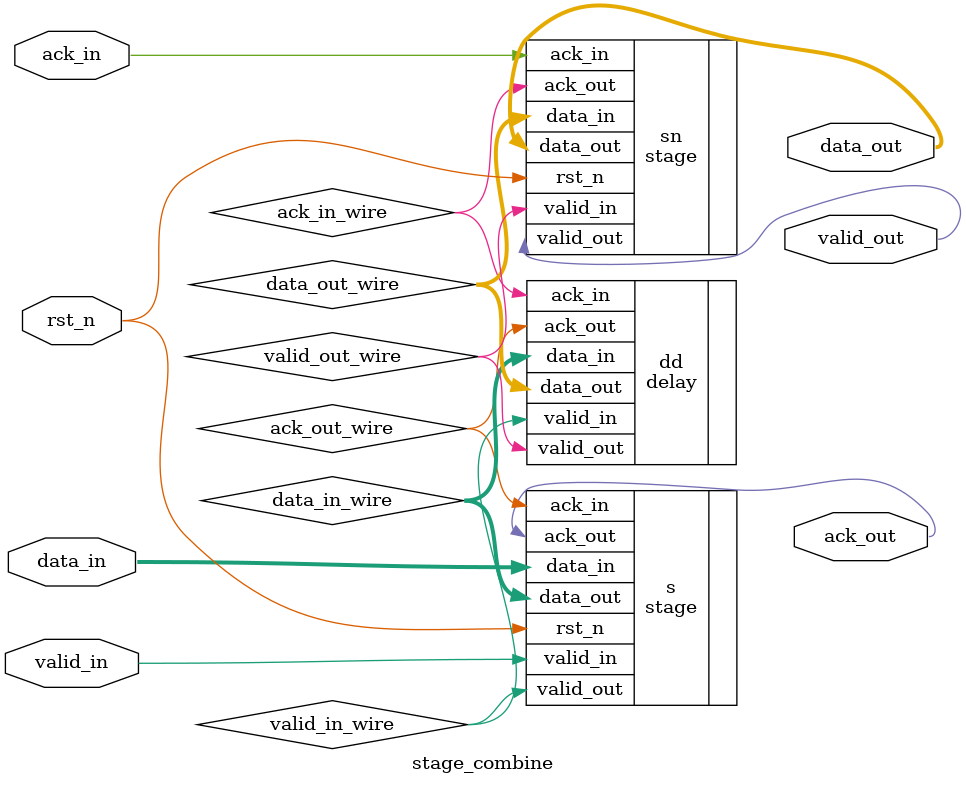
<source format=v>
`timescale 1ns / 1ps


module stage_combine(
    rst_n,
    valid_in,
    ack_in,
    data_in,
    data_out,
    ack_out,
    valid_out
    );
    parameter data_width=3;
    input rst_n;
    input valid_in;
    input ack_in;
    input [data_width-1:0] data_in;
    output [data_width-1:0] data_out;
    output ack_out;
    output valid_out;
    wire valid,ack,valid_in_wire,valid_out_wire,ack_in_wire,ack_out_wire;
    wire [data_width-1:0] data,data_in_wire,data_out_wire;
    stage s(
        .rst_n(rst_n),
        .valid_in(valid_in),
        .ack_in(ack_out_wire),
        .data_in(data_in),
        .valid_out(valid_in_wire),
        .ack_out(ack_out),
        .data_out(data_in_wire) 
    );
    delay dd(
        .valid_in(valid_in_wire),
        .valid_out(valid_out_wire),
        .ack_in(ack_in_wire),
        .ack_out(ack_out_wire),
        .data_in(data_in_wire),
        .data_out(data_out_wire)
    );
    stage sn(
        .rst_n(rst_n),
        .valid_in(valid_out_wire),
        .ack_in(ack_in),
        .data_in(data_out_wire),
        .valid_out(valid_out),
        .ack_out(ack_in_wire),
        .data_out(data_out)
    );
endmodule

</source>
